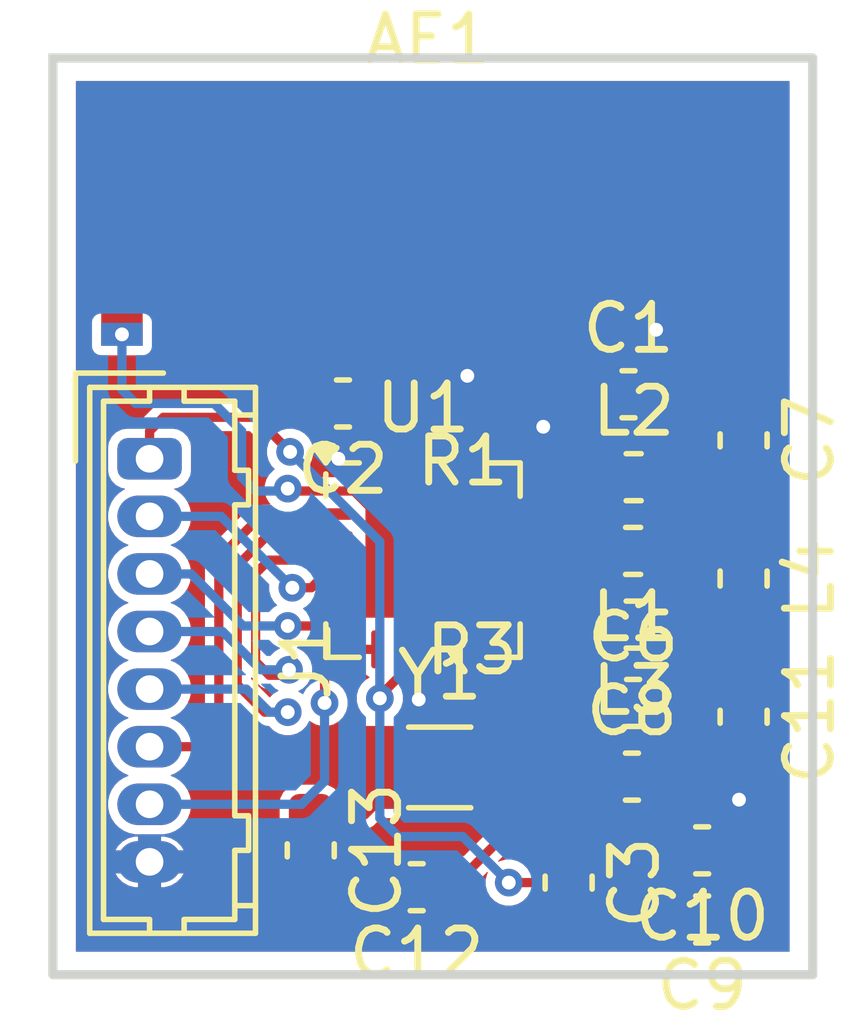
<source format=kicad_pcb>
(kicad_pcb (version 20241229) (generator "pcbnew") (generator_version "9.0")
  (layers (0 "F.Cu" signal) (2 "B.Cu" signal) (13 "F.Paste" user) (15 "B.Paste" user) (5 "F.SilkS" user "F.Silkscreen") (7 "B.SilkS" user "B.Silkscreen") (1 "F.Mask" user) (3 "B.Mask" user) (25 "Edge.Cuts" user))
  (net 0 "")
  (net 1 "Net-(AE1-A)")
  (net 2 "VDD")
  (net 3 "GND")
  (net 4 "Net-(U1-DVDD)")
  (net 5 "Net-(U1-VDD_PA)")
  (net 6 "Net-(C10-Pad1)")
  (net 7 "Net-(C7-Pad1)")
  (net 8 "/XC1")
  (net 9 "/XC2")
  (net 10 "Net-(J1-Pin_6)")
  (net 11 "Net-(J1-Pin_7)")
  (net 12 "Net-(J1-Pin_5)")
  (net 13 "Net-(J1-Pin_4)")
  (net 14 "Net-(J1-Pin_2)")
  (net 15 "Net-(J1-Pin_3)")
  (net 16 "Net-(U1-ANT2)")
  (net 17 "Net-(U1-ANT1)")
  (net 18 "Net-(U1-IREF)")
  (footprint "Resistor_SMD:R_0201_0603Metric" (layer "F.Cu") (at 77.2 31.4 180)
    (property "Reference" "R1" (at 0 -1.05 0) (layer "F.SilkS"))
    (property "Value" "22k")
    (pad "1" smd roundrect (at -0.32 0 180) (size 0.46 0.4) (layers "F.Cu" "F.Mask") (net 18 "Net-(U1-IREF)"))
    (pad "2" smd roundrect (at 0.32 0 180) (size 0.46 0.4) (layers "F.Cu" "F.Mask") (net 3 "GND"))
  )
  (footprint "Capacitor_SMD:C_0603_1608Metric" (layer "F.Cu") (at 74.6 31.2 180)
    (property "Reference" "C2" (at 0 -1.43 0) (layer "F.SilkS"))
    (property "Value" "33nF")
    (fp_line (start -0.14058 0.51) (end 0.14058 0.51) (stroke (width 0.12)) (layer "F.SilkS"))
    (fp_line (start -0.14058 -0.51) (end 0.14058 -0.51) (stroke (width 0.12)) (layer "F.SilkS"))
    (pad "1" smd roundrect (at -0.775 0 180) (size 0.9 0.95) (layers "F.Cu" "F.Mask" "F.Paste") (net 4 "Net-(U1-DVDD)"))
    (pad "2" smd roundrect (at 0.775 0 180) (size 0.9 0.95) (layers "F.Cu" "F.Mask" "F.Paste") (net 3 "GND"))
  )
  (footprint "Capacitor_SMD:C_0603_1608Metric" (layer "F.Cu") (at 80.875 39.3)
    (property "Reference" "C8" (at 0 -1.43 0) (layer "F.SilkS"))
    (property "Value" "C_Small")
    (fp_line (start -0.14058 -0.51) (end 0.14058 -0.51) (stroke (width 0.12)) (layer "F.SilkS"))
    (fp_line (start -0.14058 0.51) (end 0.14058 0.51) (stroke (width 0.12)) (layer "F.SilkS"))
    (pad "1" smd roundrect (at -0.775 0) (size 0.9 0.95) (layers "F.Cu" "F.Mask" "F.Paste") (net 5 "Net-(U1-VDD_PA)"))
    (pad "2" smd roundrect (at 0.775 0) (size 0.9 0.95) (layers "F.Cu" "F.Mask" "F.Paste") (net 3 "GND"))
  )
  (footprint "Capacitor_SMD:C_0603_1608Metric" (layer "F.Cu") (at 83.3 38 -90)
    (property "Reference" "C11" (at 0 -1.43 90) (layer "F.SilkS"))
    (property "Value" "cx")
    (fp_line (start -0.14058 0.51) (end 0.14058 0.51) (stroke (width 0.12)) (layer "F.SilkS"))
    (fp_line (start -0.14058 -0.51) (end 0.14058 -0.51) (stroke (width 0.12)) (layer "F.SilkS"))
    (pad "1" smd roundrect (at -0.775 0 270) (size 0.9 0.95) (layers "F.Cu" "F.Mask" "F.Paste") (net 1 "Net-(AE1-A)"))
    (pad "2" smd roundrect (at 0.775 0 270) (size 0.9 0.95) (layers "F.Cu" "F.Mask" "F.Paste") (net 3 "GND"))
  )
  (footprint "Capacitor_SMD:C_0603_1608Metric" (layer "F.Cu") (at 82.4 42.4 180)
    (property "Reference" "C9" (at 0 -1.43 0) (layer "F.SilkS"))
    (property "Value" "1p")
    (fp_line (start -0.14058 0.51) (end 0.14058 0.51) (stroke (width 0.12)) (layer "F.SilkS"))
    (fp_line (start -0.14058 -0.51) (end 0.14058 -0.51) (stroke (width 0.12)) (layer "F.SilkS"))
    (pad "1" smd roundrect (at -0.775 0 180) (size 0.9 0.95) (layers "F.Cu" "F.Mask" "F.Paste") (net 6 "Net-(C10-Pad1)"))
    (pad "2" smd roundrect (at 0.775 0 180) (size 0.9 0.95) (layers "F.Cu" "F.Mask" "F.Paste") (net 3 "GND"))
  )
  (footprint "RF_Antenna:Texas_SWRA117D_2.4GHz_Right" (layer "F.Cu") (at 71.9 29.7)
    (property "Reference" "AE1" (at 4.55 -6.41 0) (layer "F.SilkS"))
    (property "Value" "Antenna")
    (fp_poly (pts (xy 2.45 -2.51) (xy 4.45 -2.51) (xy 4.45 -5.15) (xy 7.15 -5.15) (xy 7.15 -2.51) (xy 9.15 -2.51) (xy 9.15 -5.15) (xy 11.85 -5.15) (xy 11.85 -0.71) (xy 11.35 -0.71) (xy 11.35 -4.65) (xy 9.65 -4.65) (xy 9.65 -2.01) (xy 6.65 -2.01) (xy 6.65 -4.65) (xy 4.95 -4.65) (xy 4.95 -2.01) (xy 1.95 -2.01) (xy 1.95 -4.65) (xy 0.25 -4.65) (xy 0.25 0.25) (xy -0.25 0.25) (xy -0.25 -4.65) (xy -1.65 -4.65) (xy -1.65 0.25) (xy -2.55 0.25) (xy -2.55 0.006785) (xy -2.247583 0.006785) (xy -2.237742 0.054395) (xy -2.213674 0.096797) (xy -2.175731 0.129581) (xy -2.167819 0.133935) (xy -2.125156 0.146043) (xy -2.076637 0.1453) (xy -2.031122 0.1324) (xy -2.012511 0.121787) (xy -1.978868 0.086553) (xy -1.958309 0.041368) (xy -1.951778 -0.008158) (xy -1.960218 -0.056417) (xy -1.977112 -0.088643) (xy -2.012372 -0.121313) (xy -2.057682 -0.141408) (xy -2.107267 -0.147982) (xy -2.155353 -0.140092) (xy -2.188245 -0.123186) (xy -2.223185 -0.086416) (xy -2.242847 -0.041622) (xy -2.247583 0.006785) (xy -2.55 0.006785) (xy -2.55 -5.15) (xy 2.45 -5.15) (xy 2.45 -2.51)) (fill yes) (layer "F.Cu"))
    (pad "1" connect rect (at 0 0) (size 0.5 0.5) (layers "F.Cu") (net 1 "Net-(AE1-A)"))
    (pad "2" thru_hole rect (at -2.1 0) (size 0.9 0.5) (drill 0.3) (layers "*.Cu"))
  )
  (footprint "Capacitor_SMD:C_0603_1608Metric" (layer "F.Cu") (at 79.5 41.6 -90)
    (property "Reference" "C3" (at 0 -1.43 90) (layer "F.SilkS"))
    (property "Value" "1n")
    (fp_line (start -0.14058 0.51) (end 0.14058 0.51) (stroke (width 0.12)) (layer "F.SilkS"))
    (fp_line (start -0.14058 -0.51) (end 0.14058 -0.51) (stroke (width 0.12)) (layer "F.SilkS"))
    (pad "1" smd roundrect (at -0.775 0 270) (size 0.9 0.95) (layers "F.Cu" "F.Mask" "F.Paste") (net 2 "VDD"))
    (pad "2" smd roundrect (at 0.775 0 270) (size 0.9 0.95) (layers "F.Cu" "F.Mask" "F.Paste") (net 3 "GND"))
  )
  (footprint "Inductor_SMD:L_0603_1608Metric" (layer "F.Cu") (at 83.3 35 -90)
    (property "Reference" "L4" (at 0 -1.43 90) (layer "F.SilkS"))
    (property "Value" "lx")
    (fp_line (start -0.162779 0.51) (end 0.162779 0.51) (stroke (width 0.12)) (layer "F.SilkS"))
    (fp_line (start -0.162779 -0.51) (end 0.162779 -0.51) (stroke (width 0.12)) (layer "F.SilkS"))
    (pad "1" smd roundrect (at -0.7875 0 270) (size 0.875 0.95) (layers "F.Cu" "F.Mask" "F.Paste") (net 6 "Net-(C10-Pad1)"))
    (pad "2" smd roundrect (at 0.7875 0 270) (size 0.875 0.95) (layers "F.Cu" "F.Mask" "F.Paste") (net 1 "Net-(AE1-A)"))
  )
  (footprint "Inductor_SMD:L_0603_1608Metric" (layer "F.Cu") (at 80.9 34.4 180)
    (property "Reference" "L1" (at 0 -1.43 0) (layer "F.SilkS"))
    (property "Value" "8n2")
    (fp_line (start -0.162779 0.51) (end 0.162779 0.51) (stroke (width 0.12)) (layer "F.SilkS"))
    (fp_line (start -0.162779 -0.51) (end 0.162779 -0.51) (stroke (width 0.12)) (layer "F.SilkS"))
    (pad "1" smd roundrect (at -0.7875 0 180) (size 0.875 0.95) (layers "F.Cu" "F.Mask" "F.Paste") (net 17 "Net-(U1-ANT1)"))
    (pad "2" smd roundrect (at 0.7875 0 180) (size 0.875 0.95) (layers "F.Cu" "F.Mask" "F.Paste") (net 16 "Net-(U1-ANT2)"))
  )
  (footprint "Capacitor_SMD:C_0603_1608Metric" (layer "F.Cu") (at 82.4 40.9 180)
    (property "Reference" "C10" (at 0 -1.43 0) (layer "F.SilkS"))
    (property "Value" "cx")
    (fp_line (start -0.14058 0.51) (end 0.14058 0.51) (stroke (width 0.12)) (layer "F.SilkS"))
    (fp_line (start -0.14058 -0.51) (end 0.14058 -0.51) (stroke (width 0.12)) (layer "F.SilkS"))
    (pad "1" smd roundrect (at -0.775 0 180) (size 0.9 0.95) (layers "F.Cu" "F.Mask" "F.Paste") (net 6 "Net-(C10-Pad1)"))
    (pad "2" smd roundrect (at 0.775 0 180) (size 0.9 0.95) (layers "F.Cu" "F.Mask" "F.Paste") (net 3 "GND"))
  )
  (footprint "Inductor_SMD:L_0603_1608Metric" (layer "F.Cu") (at 80.9125 36 180)
    (property "Reference" "L3" (at 0 -1.43 0) (layer "F.SilkS"))
    (property "Value" "2n7")
    (fp_line (start -0.162779 0.51) (end 0.162779 0.51) (stroke (width 0.12)) (layer "F.SilkS"))
    (fp_line (start -0.162779 -0.51) (end 0.162779 -0.51) (stroke (width 0.12)) (layer "F.SilkS"))
    (pad "1" smd roundrect (at -0.7875 0 180) (size 0.875 0.95) (layers "F.Cu" "F.Mask" "F.Paste") (net 5 "Net-(U1-VDD_PA)"))
    (pad "2" smd roundrect (at 0.7875 0 180) (size 0.875 0.95) (layers "F.Cu" "F.Mask" "F.Paste") (net 16 "Net-(U1-ANT2)"))
  )
  (footprint "Connector_Hirose:Hirose_DF13-08P-1.25DSA_1x08_P1.25mm_Vertical" (layer "F.Cu") (at 70.4 32.4 -90)
    (property "Reference" "J1" (at 4.38 -3.4 90) (layer "F.SilkS"))
    (property "Value" "Conn_01x08_Pin")
    (fp_line (start -1.86 1.61) (end 0.05 1.61) (stroke (width 0.12)) (layer "F.SilkS"))
    (fp_line (start -1.55 1.3) (end 10.3 1.3) (stroke (width 0.12)) (layer "F.SilkS"))
    (fp_line (start 10.3 1.3) (end 10.3 -2.3) (stroke (width 0.12)) (layer "F.SilkS"))
    (fp_line (start -1.25 1) (end 10 1) (stroke (width 0.12)) (layer "F.SilkS"))
    (fp_line (start 10 1) (end 10 0) (stroke (width 0.12)) (layer "F.SilkS"))
    (fp_line (start -1.55 0) (end -1.25 0) (stroke (width 0.12)) (layer "F.SilkS"))
    (fp_line (start -1.25 0) (end -1.25 1) (stroke (width 0.12)) (layer "F.SilkS"))
    (fp_line (start 10 0) (end 10.3 0) (stroke (width 0.12)) (layer "F.SilkS"))
    (fp_line (start -1.86 -0.3) (end -1.86 1.61) (stroke (width 0.12)) (layer "F.SilkS"))
    (fp_line (start -1.55 -0.75) (end -1.25 -0.75) (stroke (width 0.12)) (layer "F.SilkS"))
    (fp_line (start -1.25 -0.75) (end -1.25 -1.85) (stroke (width 0.12)) (layer "F.SilkS"))
    (fp_line (start 10 -0.75) (end 10 -1.85) (stroke (width 0.12)) (layer "F.SilkS"))
    (fp_line (start 10.3 -0.75) (end 10 -0.75) (stroke (width 0.12)) (layer "F.SilkS"))
    (fp_line (start -1.25 -1.85) (end -0.95 -1.85) (stroke (width 0.12)) (layer "F.SilkS"))
    (fp_line (start -0.95 -1.85) (end 0.25 -1.85) (stroke (width 0.12)) (layer "F.SilkS"))
    (fp_line (start -0.95 -1.85) (end -0.95 -2.3) (stroke (width 0.12)) (layer "F.SilkS"))
    (fp_line (start 0.25 -1.85) (end 0.25 -2.15) (stroke (width 0.12)) (layer "F.SilkS"))
    (fp_line (start 1 -1.85) (end 7.75 -1.85) (stroke (width 0.12)) (layer "F.SilkS"))
    (fp_line (start 7.75 -1.85) (end 7.75 -2.15) (stroke (width 0.12)) (layer "F.SilkS"))
    (fp_line (start 8.5 -1.85) (end 9.7 -1.85) (stroke (width 0.12)) (layer "F.SilkS"))
    (fp_line (start 9.7 -1.85) (end 9.7 -2.3) (stroke (width 0.12)) (layer "F.SilkS"))
    (fp_line (start 10 -1.85) (end 9.7 -1.85) (stroke (width 0.12)) (layer "F.SilkS"))
    (fp_line (start 0.25 -2.15) (end 1 -2.15) (stroke (width 0.12)) (layer "F.SilkS"))
    (fp_line (start 1 -2.15) (end 1 -1.85) (stroke (width 0.12)) (layer "F.SilkS"))
    (fp_line (start 7.75 -2.15) (end 8.5 -2.15) (stroke (width 0.12)) (layer "F.SilkS"))
    (fp_line (start 8.5 -2.15) (end 8.5 -1.85) (stroke (width 0.12)) (layer "F.SilkS"))
    (fp_line (start -1.55 -2.3) (end -1.55 1.3) (stroke (width 0.12)) (layer "F.SilkS"))
    (fp_line (start 10.3 -2.3) (end -1.55 -2.3) (stroke (width 0.12)) (layer "F.SilkS"))
    (pad "1" thru_hole roundrect (at 0 0 270) (size 0.9 1.4) (drill 0.6) (layers "*.Cu" "*.Mask") (net 2 "VDD"))
    (pad "2" thru_hole oval (at 1.25 0 270) (size 0.9 1.4) (drill 0.6) (layers "*.Cu" "*.Mask") (net 14 "Net-(J1-Pin_2)"))
    (pad "3" thru_hole oval (at 2.5 0 270) (size 0.9 1.4) (drill 0.6) (layers "*.Cu" "*.Mask") (net 15 "Net-(J1-Pin_3)"))
    (pad "4" thru_hole oval (at 3.75 0 270) (size 0.9 1.4) (drill 0.6) (layers "*.Cu" "*.Mask") (net 13 "Net-(J1-Pin_4)"))
    (pad "5" thru_hole oval (at 5 0 270) (size 0.9 1.4) (drill 0.6) (layers "*.Cu" "*.Mask") (net 12 "Net-(J1-Pin_5)"))
    (pad "6" thru_hole oval (at 6.25 0 270) (size 0.9 1.4) (drill 0.6) (layers "*.Cu" "*.Mask") (net 10 "Net-(J1-Pin_6)"))
    (pad "7" thru_hole oval (at 7.5 0 270) (size 0.9 1.4) (drill 0.6) (layers "*.Cu" "*.Mask") (net 11 "Net-(J1-Pin_7)"))
    (pad "8" thru_hole oval (at 8.75 0 270) (size 0.9 1.4) (drill 0.6) (layers "*.Cu" "*.Mask") (net 3 "GND"))
  )
  (footprint "Capacitor_SMD:C_0603_1608Metric" (layer "F.Cu") (at 80.8 31)
    (property "Reference" "C1" (at 0 -1.43 0) (layer "F.SilkS"))
    (property "Value" "10n")
    (fp_line (start -0.14058 -0.51) (end 0.14058 -0.51) (stroke (width 0.12)) (layer "F.SilkS"))
    (fp_line (start -0.14058 0.51) (end 0.14058 0.51) (stroke (width 0.12)) (layer "F.SilkS"))
    (pad "1" smd roundrect (at -0.775 0) (size 0.9 0.95) (layers "F.Cu" "F.Mask" "F.Paste") (net 2 "VDD"))
    (pad "2" smd roundrect (at 0.775 0) (size 0.9 0.95) (layers "F.Cu" "F.Mask" "F.Paste") (net 3 "GND"))
  )
  (footprint "Capacitor_SMD:C_0603_1608Metric" (layer "F.Cu") (at 76.2 41.7 180)
    (property "Reference" "C12" (at 0 -1.43 0) (layer "F.SilkS"))
    (property "Value" "22p")
    (fp_line (start -0.14058 0.51) (end 0.14058 0.51) (stroke (width 0.12)) (layer "F.SilkS"))
    (fp_line (start -0.14058 -0.51) (end 0.14058 -0.51) (stroke (width 0.12)) (layer "F.SilkS"))
    (pad "1" smd roundrect (at -0.775 0 180) (size 0.9 0.95) (layers "F.Cu" "F.Mask" "F.Paste") (net 8 "/XC1"))
    (pad "2" smd roundrect (at 0.775 0 180) (size 0.9 0.95) (layers "F.Cu" "F.Mask" "F.Paste") (net 3 "GND"))
  )
  (footprint "Resistor_SMD:R_0201_0603Metric" (layer "F.Cu") (at 77.4 37.6)
    (property "Reference" "R3" (at 0 -1.05 0) (layer "F.SilkS"))
    (property "Value" "10m")
    (pad "1" smd roundrect (at -0.32 0) (size 0.46 0.4) (layers "F.Cu" "F.Mask") (net 9 "/XC2"))
    (pad "2" smd roundrect (at 0.32 0) (size 0.46 0.4) (layers "F.Cu" "F.Mask") (net 8 "/XC1"))
  )
  (footprint "Crystal:Crystal_SMD_3215-2Pin_3.2x1.5mm" (layer "F.Cu") (at 76.7 39.1)
    (property "Reference" "Y1" (at 0 -2 0) (layer "F.SilkS"))
    (property "Value" "16Mhz")
    (fp_line (start -0.675 -0.875) (end 0.675 -0.875) (stroke (width 0.12)) (layer "F.SilkS"))
    (fp_line (start -0.675 0.875) (end 0.675 0.875) (stroke (width 0.12)) (layer "F.SilkS"))
    (pad "1" smd rect (at 1.25 0) (size 1 1.8) (layers "F.Cu" "F.Mask" "F.Paste") (net 8 "/XC1"))
    (pad "2" smd rect (at -1.25 0) (size 1 1.8) (layers "F.Cu" "F.Mask" "F.Paste") (net 9 "/XC2"))
  )
  (footprint "Inductor_SMD:L_0603_1608Metric" (layer "F.Cu") (at 80.9125 32.8)
    (property "Reference" "L2" (at 0 -1.43 0) (layer "F.SilkS"))
    (property "Value" "3n9")
    (fp_line (start -0.162779 -0.51) (end 0.162779 -0.51) (stroke (width 0.12)) (layer "F.SilkS"))
    (fp_line (start -0.162779 0.51) (end 0.162779 0.51) (stroke (width 0.12)) (layer "F.SilkS"))
    (pad "1" smd roundrect (at -0.7875 0) (size 0.875 0.95) (layers "F.Cu" "F.Mask" "F.Paste") (net 17 "Net-(U1-ANT1)"))
    (pad "2" smd roundrect (at 0.7875 0) (size 0.875 0.95) (layers "F.Cu" "F.Mask" "F.Paste") (net 7 "Net-(C7-Pad1)"))
  )
  (footprint "Package_DFN_QFN:QFN-20-1EP_4x4mm_P0.5mm_EP2.5x2.5mm" (layer "F.Cu") (at 76.3375 34.6)
    (property "Reference" "U1" (at 0 -3.3 0) (layer "F.SilkS"))
    (property "Value" "NRF24L01")
    (fp_line (start -2.11 -1.385) (end -2.11 -1.87) (stroke (width 0.12)) (layer "F.SilkS"))
    (fp_line (start -2.11 2.11) (end -2.11 1.385) (stroke (width 0.12)) (layer "F.SilkS"))
    (fp_line (start -1.385 -2.11) (end -1.81 -2.11) (stroke (width 0.12)) (layer "F.SilkS"))
    (fp_line (start -1.385 2.11) (end -2.11 2.11) (stroke (width 0.12)) (layer "F.SilkS"))
    (fp_line (start 1.385 -2.11) (end 2.11 -2.11) (stroke (width 0.12)) (layer "F.SilkS"))
    (fp_line (start 1.385 2.11) (end 2.11 2.11) (stroke (width 0.12)) (layer "F.SilkS"))
    (fp_line (start 2.11 -2.11) (end 2.11 -1.385) (stroke (width 0.12)) (layer "F.SilkS"))
    (fp_line (start 2.11 2.11) (end 2.11 1.385) (stroke (width 0.12)) (layer "F.SilkS"))
    (fp_poly (pts (xy -2.11 -2.11) (xy -2.35 -2.44) (xy -1.87 -2.44) (xy -2.11 -2.11)) (stroke (width 0.12)) (fill yes) (layer "F.SilkS"))
    (pad "1" smd roundrect (at -1.9375 -1) (size 0.825 0.25) (layers "F.Cu" "F.Mask" "F.Paste") (net 10 "Net-(J1-Pin_6)"))
    (pad "2" smd roundrect (at -1.9375 -0.5) (size 0.825 0.25) (layers "F.Cu" "F.Mask" "F.Paste") (net 12 "Net-(J1-Pin_5)"))
    (pad "3" smd roundrect (at -1.9375 0) (size 0.825 0.25) (layers "F.Cu" "F.Mask" "F.Paste") (net 13 "Net-(J1-Pin_4)"))
    (pad "4" smd roundrect (at -1.9375 0.5) (size 0.825 0.25) (layers "F.Cu" "F.Mask" "F.Paste") (net 14 "Net-(J1-Pin_2)"))
    (pad "5" smd roundrect (at -1.9375 1) (size 0.825 0.25) (layers "F.Cu" "F.Mask" "F.Paste") (net 15 "Net-(J1-Pin_3)"))
    (pad "6" smd roundrect (at -1 1.9375) (size 0.25 0.825) (layers "F.Cu" "F.Mask" "F.Paste") (net 11 "Net-(J1-Pin_7)"))
    (pad "7" smd roundrect (at -0.5 1.9375) (size 0.25 0.825) (layers "F.Cu" "F.Mask" "F.Paste") (net 2 "VDD"))
    (pad "8" smd roundrect (at 0 1.9375) (size 0.25 0.825) (layers "F.Cu" "F.Mask" "F.Paste") (net 3 "GND"))
    (pad "9" smd roundrect (at 0.5 1.9375) (size 0.25 0.825) (layers "F.Cu" "F.Mask" "F.Paste") (net 9 "/XC2"))
    (pad "10" smd roundrect (at 1 1.9375) (size 0.25 0.825) (layers "F.Cu" "F.Mask" "F.Paste") (net 8 "/XC1"))
    (pad "11" smd roundrect (at 1.9375 1) (size 0.825 0.25) (layers "F.Cu" "F.Mask" "F.Paste") (net 5 "Net-(U1-VDD_PA)"))
    (pad "12" smd roundrect (at 1.9375 0.5) (size 0.825 0.25) (layers "F.Cu" "F.Mask" "F.Paste") (net 17 "Net-(U1-ANT1)"))
    (pad "13" smd roundrect (at 1.9375 0) (size 0.825 0.25) (layers "F.Cu" "F.Mask" "F.Paste") (net 16 "Net-(U1-ANT2)"))
    (pad "14" smd roundrect (at 1.9375 -0.5) (size 0.825 0.25) (layers "F.Cu" "F.Mask" "F.Paste") (net 3 "GND"))
    (pad "15" smd roundrect (at 1.9375 -1) (size 0.825 0.25) (layers "F.Cu" "F.Mask" "F.Paste") (net 2 "VDD"))
    (pad "16" smd roundrect (at 1 -1.9375) (size 0.25 0.825) (layers "F.Cu" "F.Mask" "F.Paste") (net 18 "Net-(U1-IREF)"))
    (pad "17" smd roundrect (at 0.5 -1.9375) (size 0.25 0.825) (layers "F.Cu" "F.Mask" "F.Paste") (net 3 "GND"))
    (pad "18" smd roundrect (at 0 -1.9375) (size 0.25 0.825) (layers "F.Cu" "F.Mask" "F.Paste") (net 2 "VDD"))
    (pad "19" smd roundrect (at -0.5 -1.9375) (size 0.25 0.825) (layers "F.Cu" "F.Mask" "F.Paste") (net 4 "Net-(U1-DVDD)"))
    (pad "20" smd roundrect (at -1 -1.9375) (size 0.25 0.825) (layers "F.Cu" "F.Mask" "F.Paste") (net 3 "GND"))
    (pad "21" smd rect (at 0 0) (size 2.5 2.5) (property pad_prop_heatsink) (layers "F.Cu" "F.Mask"))
  )
  (footprint "Capacitor_SMD:C_0603_1608Metric" (layer "F.Cu") (at 83.3 32 -90)
    (property "Reference" "C7" (at 0 -1.43 90) (layer "F.SilkS"))
    (property "Value" "1.5p")
    (fp_line (start -0.14058 0.51) (end 0.14058 0.51) (stroke (width 0.12)) (layer "F.SilkS"))
    (fp_line (start -0.14058 -0.51) (end 0.14058 -0.51) (stroke (width 0.12)) (layer "F.SilkS"))
    (pad "1" smd roundrect (at -0.775 0 270) (size 0.9 0.95) (layers "F.Cu" "F.Mask" "F.Paste") (net 7 "Net-(C7-Pad1)"))
    (pad "2" smd roundrect (at 0.775 0 270) (size 0.9 0.95) (layers "F.Cu" "F.Mask" "F.Paste") (net 6 "Net-(C10-Pad1)"))
  )
  (footprint "Capacitor_SMD:C_0603_1608Metric" (layer "F.Cu") (at 73.9 40.9 -90)
    (property "Reference" "C13" (at 0 -1.43 90) (layer "F.SilkS"))
    (property "Value" "22p")
    (fp_line (start -0.14058 0.51) (end 0.14058 0.51) (stroke (width 0.12)) (layer "F.SilkS"))
    (fp_line (start -0.14058 -0.51) (end 0.14058 -0.51) (stroke (width 0.12)) (layer "F.SilkS"))
    (pad "1" smd roundrect (at -0.775 0 270) (size 0.9 0.95) (layers "F.Cu" "F.Mask" "F.Paste") (net 9 "/XC2"))
    (pad "2" smd roundrect (at 0.775 0 270) (size 0.9 0.95) (layers "F.Cu" "F.Mask" "F.Paste") (net 3 "GND"))
  )
  (footprint "Capacitor_SMD:C_0603_1608Metric" (layer "F.Cu") (at 80.9 37.7)
    (property "Reference" "C6" (at 0 -1.43 0) (layer "F.SilkS"))
    (property "Value" "C_Small")
    (fp_line (start -0.14058 -0.51) (end 0.14058 -0.51) (stroke (width 0.12)) (layer "F.SilkS"))
    (fp_line (start -0.14058 0.51) (end 0.14058 0.51) (stroke (width 0.12)) (layer "F.SilkS"))
    (pad "1" smd roundrect (at -0.775 0) (size 0.9 0.95) (layers "F.Cu" "F.Mask" "F.Paste") (net 5 "Net-(U1-VDD_PA)"))
    (pad "2" smd roundrect (at 0.775 0) (size 0.9 0.95) (layers "F.Cu" "F.Mask" "F.Paste") (net 3 "GND"))
  )
  (gr_rect (start 68.3 23.7) (end 84.8 43.6) (stroke (width 0.2)) (fill no) (layer "Edge.Cuts"))
  (segment (start 74.8375 33.1) (end 73.452 33.1) (width 0.2) (layer "F.Cu") (net 0))
  (segment (start 73.452 33.1) (end 73.4 33.048) (width 0.2) (layer "F.Cu") (net 0))
  (segment (start 76.3375 34.6) (end 74.8375 33.1) (width 0.2) (layer "F.Cu") (net 0))
  (via (at 73.4 33.048) (size 0.6) (drill 0.3) (layers "F.Cu" "B.Cu") (net 0))
  (segment (start 70.1 31.2) (end 71.8 31.2) (width 0.2) (layer "B.Cu") (net 0))
  (segment (start 72.4 31.8) (end 72.4 32.8) (width 0.2) (layer "B.Cu") (net 0))
  (segment (start 69.8 30.9) (end 70.1 31.2) (width 0.2) (layer "B.Cu") (net 0))
  (segment (start 69.8 29.7) (end 69.8 30.9) (width 0.2) (layer "B.Cu") (net 0))
  (segment (start 71.8 31.2) (end 72.4 31.8) (width 0.2) (layer "B.Cu") (net 0))
  (segment (start 72.7 33.1) (end 73.348 33.1) (width 0.2) (layer "B.Cu") (net 0))
  (segment (start 73.348 33.1) (end 73.4 33.048) (width 0.2) (layer "B.Cu") (net 0))
  (segment (start 72.4 32.8) (end 72.7 33.1) (width 0.2) (layer "B.Cu") (net 0))
  (segment (start 84.1 34.9875) (end 83.3 35.7875) (width 0.2) (layer "F.Cu") (net 1))
  (segment (start 73.8 28.9) (end 82.20011 28.9) (width 0.2) (layer "F.Cu") (net 1))
  (segment (start 83.3 37.525) (end 83.3 36) (width 0.2) (layer "F.Cu") (net 1))
  (segment (start 82.20011 28.9) (end 84.1 30.79989) (width 0.2) (layer "F.Cu") (net 1))
  (segment (start 84.1 30.79989) (end 84.1 34.9875) (width 0.2) (layer "F.Cu") (net 1))
  (segment (start 73 29.7) (end 73.8 28.9) (width 0.2) (layer "F.Cu") (net 1))
  (segment (start 71.9 29.7) (end 73 29.7) (width 0.2) (layer "F.Cu") (net 1))
  (segment (start 78.275 31.025) (end 78.3 31) (width 0.2) (layer "F.Cu") (net 2))
  (segment (start 78.5 31) (end 78.5 30.2) (width 0.2) (layer "F.Cu") (net 2))
  (segment (start 73 31.3) (end 73 31.5) (width 0.2) (layer "F.Cu") (net 2))
  (segment (start 78.575 31) (end 78.275 31.3) (width 0.2) (layer "F.Cu") (net 2))
  (segment (start 76.172958 30.572847) (end 76.172847 30.572847) (width 0.2) (layer "F.Cu") (net 2))
  (segment (start 76 30.4) (end 73.4 30.4) (width 0.2) (layer "F.Cu") (net 2))
  (segment (start 78.5 30.2) (end 78.2 29.9) (width 0.2) (layer "F.Cu") (net 2))
  (segment (start 70.7 31.5) (end 70.4 31.8) (width 0.2) (layer "F.Cu") (net 2))
  (segment (start 75.4 37.6) (end 75.4 37.549187) (width 0.2) (layer "F.Cu") (net 2))
  (segment (start 78.275 33.6) (end 78.475 33.6) (width 0.2) (layer "F.Cu") (net 2))
  (segment (start 75.8375 37.111687) (end 75.8375 36.5375) (width 0.2) (layer "F.Cu") (net 2))
  (segment (start 73 31.797997) (end 73.101002 31.898998) (width 0.2) (layer "F.Cu") (net 2))
  (segment (start 76.3375 31.7375) (end 76.3375 32.6625) (width 0.2) (layer "F.Cu") (net 2))
  (segment (start 70.4 31.8) (end 70.4 32.4) (width 0.2) (layer "F.Cu") (net 2))
  (segment (start 73 31.5) (end 73 31.797997) (width 0.2) (layer "F.Cu") (net 2))
  (segment (start 78.2 29.9) (end 76.5 29.9) (width 0.2) (layer "F.Cu") (net 2))
  (segment (start 80.025 31) (end 78.575 31) (width 0.2) (layer "F.Cu") (net 2))
  (segment (start 76.172958 30.572847) (end 76.172958 31.572958) (width 0.2) (layer "F.Cu") (net 2))
  (segment (start 76.5 29.9) (end 76.2 30.2) (width 0.2) (layer "F.Cu") (net 2))
  (segment (start 78.725 41.6) (end 79.5 40.825) (width 0.2) (layer "F.Cu") (net 2))
  (segment (start 73.4 30.4) (end 73 30.8) (width 0.2) (layer "F.Cu") (net 2))
  (segment (start 78.7 31) (end 78.5 30.8) (width 0.2) (layer "F.Cu") (net 2))
  (segment (start 76.172958 31.572958) (end 76.3375 31.7375) (width 0.2) (layer "F.Cu") (net 2))
  (segment (start 72.7 31.5) (end 72.8 31.5) (width 0.2) (layer "F.Cu") (net 2))
  (segment (start 73 30.8) (end 73 31.3) (width 0.2) (layer "F.Cu") (net 2))
  (segment (start 78.275 31.025) (end 78.275 33.6) (width 0.2) (layer "F.Cu") (net 2))
  (segment (start 78.2 41.6) (end 78.725 41.6) (width 0.2) (layer "F.Cu") (net 2))
  (segment (start 78.275 31.3) (end 78.275 31.025) (width 0.2) (layer "F.Cu") (net 2))
  (segment (start 76.2 30.2) (end 76 30.4) (width 0.2) (layer "F.Cu") (net 2))
  (segment (start 76.172847 30.572847) (end 76 30.4) (width 0.2) (layer "F.Cu") (net 2))
  (segment (start 78.5 30.8) (end 78.275 31.025) (width 0.2) (layer "F.Cu") (net 2))
  (segment (start 73.101002 31.898998) (end 73.452 32.249997) (width 0.2) (layer "F.Cu") (net 2))
  (segment (start 72.7 31.5) (end 72.702003 31.5) (width 0.2) (layer "F.Cu") (net 2))
  (segment (start 72.702003 31.5) (end 73.101002 31.898998) (width 0.2) (layer "F.Cu") (net 2))
  (segment (start 76.172847 30.227153) (end 76.2 30.2) (width 0.2) (layer "F.Cu") (net 2))
  (segment (start 72.8 31.5) (end 73 31.3) (width 0.2) (layer "F.Cu") (net 2))
  (segment (start 73 31.5) (end 72.7 31.5) (width 0.2) (layer "F.Cu") (net 2))
  (segment (start 72.7 31.5) (end 70.7 31.5) (width 0.2) (layer "F.Cu") (net 2))
  (segment (start 75.4 37.549187) (end 75.8375 37.111687) (width 0.2) (layer "F.Cu") (net 2))
  (segment (start 76.172847 30.572847) (end 76.172847 30.227153) (width 0.2) (layer "F.Cu") (net 2))
  (via (at 75.4 37.6) (size 0.6) (drill 0.3) (layers "F.Cu" "B.Cu") (net 2))
  (via (at 73.452 32.249997) (size 0.6) (drill 0.3) (layers "F.Cu" "B.Cu") (net 2))
  (via (at 78.2 41.6) (size 0.6) (drill 0.3) (layers "F.Cu" "B.Cu") (net 2))
  (segment (start 75.4 37.6) (end 75.4 34.197997) (width 0.2) (layer "B.Cu") (net 2))
  (segment (start 75.4 37.6) (end 75.4 40.2) (width 0.2) (layer "B.Cu") (net 2))
  (segment (start 77.2 40.6) (end 78.2 41.6) (width 0.2) (layer "B.Cu") (net 2))
  (segment (start 75.8 40.6) (end 77.2 40.6) (width 0.2) (layer "B.Cu") (net 2))
  (segment (start 75.4 40.2) (end 75.8 40.6) (width 0.2) (layer "B.Cu") (net 2))
  (segment (start 75.4 34.197997) (end 73.452 32.249997) (width 0.2) (layer "B.Cu") (net 2))
  (segment (start 74.05 31.175) (end 74.025 31.2) (width 0.2) (layer "F.Cu") (net 3))
  (segment (start 76.3375 37.532319) (end 76.245009 37.62481) (width 0.2) (layer "F.Cu") (net 3))
  (segment (start 76.3375 36.5375) (end 76.3375 37.532319) (width 0.2) (layer "F.Cu") (net 3))
  (via (at 83.2 39.8) (size 0.6) (drill 0.3) (layers "F.Cu" "B.Cu") (net 3))
  (via (at 74.5 32.4) (size 0.6) (drill 0.3) (layers "F.Cu" "B.Cu") (net 3))
  (via (at 78.948601 31.705014) (size 0.6) (drill 0.3) (layers "F.Cu" "B.Cu") (net 3))
  (via (at 76.245009 37.62481) (size 0.6) (drill 0.3) (layers "F.Cu" "B.Cu") (net 3))
  (via (at 81.4 29.6) (size 0.6) (drill 0.3) (layers "F.Cu" "B.Cu") (net 3))
  (via (at 77.3 30.6) (size 0.6) (drill 0.3) (layers "F.Cu" "B.Cu") (net 3))
  (segment (start 75.4375 31.403186) (end 75.4375 31.3375) (width 0.2) (layer "F.Cu") (net 4))
  (segment (start 75.8375 32.6625) (end 75.8375 31.803186) (width 0.2) (layer "F.Cu") (net 4))
  (segment (start 75.8375 31.803186) (end 75.4375 31.403186) (width 0.2) (layer "F.Cu") (net 4))
  (segment (start 78.675 35.6) (end 78.675 37.275) (width 0.2) (layer "F.Cu") (net 5))
  (segment (start 79.1 37.7) (end 80.125 37.7) (width 0.2) (layer "F.Cu") (net 5))
  (segment (start 80.125 37.7) (end 80.125 39.275) (width 0.2) (layer "F.Cu") (net 5))
  (segment (start 78.675 37.275) (end 79.1 37.7) (width 0.2) (layer "F.Cu") (net 5))
  (segment (start 80.125 37.575) (end 80.125 37.7) (width 0.2) (layer "F.Cu") (net 5))
  (segment (start 81.7 36) (end 80.125 37.575) (width 0.2) (layer "F.Cu") (net 5))
  (segment (start 80.125 39.275) (end 80.1 39.3) (width 0.2) (layer "F.Cu") (net 5))
  (segment (start 82.524 40.149) (end 82.524 35.348114) (width 0.2) (layer "F.Cu") (net 6))
  (segment (start 83.275 40.9) (end 83.275 42.4) (width 0.2) (layer "F.Cu") (net 6))
  (segment (start 83.275 40.9) (end 82.524 40.149) (width 0.2) (layer "F.Cu") (net 6))
  (segment (start 82.524 35.348114) (end 83.3 34.572114) (width 0.2) (layer "F.Cu") (net 6))
  (segment (start 83.3 34.572114) (end 83.3 32.875) (width 0.2) (layer "F.Cu") (net 6))
  (segment (start 82.4 32.1) (end 82.4 31.5) (width 0.2) (layer "F.Cu") (net 7))
  (segment (start 82.4 31.5) (end 82.675 31.225) (width 0.2) (layer "F.Cu") (net 7))
  (segment (start 83 31.225) (end 83.1 31.325) (width 0.2) (layer "F.Cu") (net 7))
  (segment (start 81.7 32.8) (end 82.4 32.1) (width 0.2) (layer "F.Cu") (net 7))
  (segment (start 82.675 31.225) (end 83.2 31.225) (width 0.2) (layer "F.Cu") (net 7))
  (segment (start 77.72 36.62) (end 77.72 37.37) (width 0.2) (layer "F.Cu") (net 8))
  (segment (start 77.3375 36.5375) (end 77.6375 36.5375) (width 0.2) (layer "F.Cu") (net 8))
  (segment (start 77.72 37.37) (end 77.72 37.6) (width 0.2) (layer "F.Cu") (net 8))
  (segment (start 77.95 37.83) (end 77.95 40.725) (width 0.2) (layer "F.Cu") (net 8))
  (segment (start 77.611 37.491) (end 77.95 37.83) (width 0.2) (layer "F.Cu") (net 8))
  (segment (start 77.6375 36.5375) (end 77.72 36.62) (width 0.2) (layer "F.Cu") (net 8))
  (segment (start 77.95 40.725) (end 76.975 41.7) (width 0.2) (layer "F.Cu") (net 8))
  (segment (start 75.35 39.85) (end 75.075 40.125) (width 0.2) (layer "F.Cu") (net 9))
  (segment (start 75.075 40.125) (end 73.9 40.125) (width 0.2) (layer "F.Cu") (net 9))
  (segment (start 76.8375 37.0375) (end 77.08 37.28) (width 0.2) (layer "F.Cu") (net 9))
  (segment (start 77.08 37.28) (end 77.08 37.6) (width 0.2) (layer "F.Cu") (net 9))
  (segment (start 75.35 38.8) (end 75.35 39.85) (width 0.2) (layer "F.Cu") (net 9))
  (segment (start 77.0375 37.6425) (end 77.0375 38.582045) (width 0.2) (layer "F.Cu") (net 9))
  (segment (start 76.8375 36.5375) (end 76.8375 37.0375) (width 0.2) (layer "F.Cu") (net 9))
  (segment (start 77.0375 38.582045) (end 76.819545 38.8) (width 0.2) (layer "F.Cu") (net 9))
  (segment (start 76.819545 38.8) (end 75.35 38.8) (width 0.2) (layer "F.Cu") (net 9))
  (segment (start 77.08 37.6) (end 77.0375 37.6425) (width 0.2) (layer "F.Cu") (net 9))
  (segment (start 73.879739 33.6) (end 73.781739 33.698) (width 0.2) (layer "F.Cu") (net 10))
  (segment (start 71.903416 34.555959) (end 71.903416 38.296584) (width 0.2) (layer "F.Cu") (net 10))
  (segment (start 72.752805 33.706569) (end 71.903416 34.555959) (width 0.2) (layer "F.Cu") (net 10))
  (segment (start 71.903416 38.296584) (end 71.55 38.65) (width 0.2) (layer "F.Cu") (net 10))
  (segment (start 71.55 38.65) (end 70.4 38.65) (width 0.2) (layer "F.Cu") (net 10))
  (segment (start 72.902 33.698) (end 72.893432 33.706568) (width 0.2) (layer "F.Cu") (net 10))
  (segment (start 73.81587 33.698) (end 72.902 33.698) (width 0.2) (layer "F.Cu") (net 10))
  (segment (start 72.893432 33.706568) (end 72.752805 33.706569) (width 0.2) (layer "F.Cu") (net 10))
  (segment (start 74.5125 33.6) (end 73.879739 33.6) (width 0.2) (layer "F.Cu") (net 10))
  (segment (start 74.2 36.9) (end 74.2 37.7) (width 0.2) (layer "F.Cu") (net 11))
  (segment (start 74.5625 36.5375) (end 74.2 36.9) (width 0.2) (layer "F.Cu") (net 11))
  (segment (start 75.3375 36.5375) (end 74.5625 36.5375) (width 0.2) (layer "F.Cu") (net 11))
  (via (at 74.2 37.7) (size 0.6) (drill 0.3) (layers "F.Cu" "B.Cu") (net 11))
  (segment (start 74.2 39.4) (end 74.2 37.7) (width 0.2) (layer "B.Cu") (net 11))
  (segment (start 73.7 39.9) (end 74.2 39.4) (width 0.2) (layer "B.Cu") (net 11))
  (segment (start 70.4 39.9) (end 73.7 39.9) (width 0.2) (layer "B.Cu") (net 11))
  (segment (start 72.9 37.9) (end 73.4 37.9) (width 0.2) (layer "F.Cu") (net 12))
  (segment (start 72.303416 34.721644) (end 72.303416 37.303416) (width 0.2) (layer "F.Cu") (net 12))
  (segment (start 74.393432 34.106568) (end 72.918491 34.106568) (width 0.2) (layer "F.Cu") (net 12))
  (segment (start 72.303416 37.303416) (end 72.9 37.9) (width 0.2) (layer "F.Cu") (net 12))
  (segment (start 74.4 34.1) (end 74.393432 34.106568) (width 0.2) (layer "F.Cu") (net 12))
  (segment (start 72.918491 34.106568) (end 72.303416 34.721644) (width 0.2) (layer "F.Cu") (net 12))
  (via (at 73.4 37.9) (size 0.6) (drill 0.3) (layers "F.Cu" "B.Cu") (net 12))
  (segment (start 70.4 37.4) (end 72.5 37.4) (width 0.2) (layer "B.Cu") (net 12))
  (segment (start 72.5 37.4) (end 73 37.9) (width 0.2) (layer "B.Cu") (net 12))
  (segment (start 73 37.9) (end 73.4 37.9) (width 0.2) (layer "B.Cu") (net 12))
  (segment (start 72.703416 34.887329) (end 72.703416 36.803416) (width 0.2) (layer "F.Cu") (net 13))
  (segment (start 73.347094 37.1) (end 73.427815 37.019279) (width 0.2) (layer "F.Cu") (net 13))
  (segment (start 72.990745 34.6) (end 72.703416 34.887329) (width 0.2) (layer "F.Cu") (net 13))
  (segment (start 73 37.1) (end 73.347094 37.1) (width 0.2) (layer "F.Cu") (net 13))
  (segment (start 74.5125 34.6) (end 73.7125 34.6) (width 0.2) (layer "F.Cu") (net 13))
  (segment (start 72.703416 36.803416) (end 73 37.1) (width 0.2) (layer "F.Cu") (net 13))
  (segment (start 73.427815 37.019279) (end 73.427815 36.980621) (width 0.2) (layer "F.Cu") (net 13))
  (segment (start 73.8 34.6) (end 72.990745 34.6) (width 0.2) (layer "F.Cu") (net 13))
  (via (at 73.427815 36.980621) (size 0.6) (drill 0.3) (layers "F.Cu" "B.Cu") (net 13))
  (segment (start 72.814935 36.980621) (end 73.427815 36.980621) (width 0.2) (layer "B.Cu") (net 13))
  (segment (start 71.984314 36.15) (end 72.814935 36.980621) (width 0.2) (layer "B.Cu") (net 13))
  (segment (start 70.4 36.15) (end 71.984314 36.15) (width 0.2) (layer "B.Cu") (net 13))
  (segment (start 74.0125 35.1) (end 73.9125 35.2) (width 0.2) (layer "F.Cu") (net 14))
  (segment (start 73.9125 35.2) (end 73.5 35.2) (width 0.2) (layer "F.Cu") (net 14))
  (segment (start 74.5125 35.1) (end 74.0125 35.1) (width 0.2) (layer "F.Cu") (net 14))
  (via (at 73.5 35.2) (size 0.6) (drill 0.3) (layers "F.Cu" "B.Cu") (net 14))
  (segment (start 70.4 33.65) (end 71.95 33.65) (width 0.2) (layer "B.Cu") (net 14))
  (segment (start 71.95 33.65) (end 73.5 35.2) (width 0.2) (layer "B.Cu") (net 14))
  (segment (start 74.170776 36.029224) (end 73.4 36.029224) (width 0.2) (layer "F.Cu") (net 15))
  (segment (start 74.4 35.6) (end 74.4 35.8) (width 0.2) (layer "F.Cu") (net 15))
  (segment (start 74.4 35.8) (end 74.170776 36.029224) (width 0.2) (layer "F.Cu") (net 15))
  (via (at 73.4 36.029224) (size 0.6) (drill 0.3) (layers "F.Cu" "B.Cu") (net 15))
  (segment (start 70.4 34.9) (end 71.3 34.9) (width 0.2) (layer "B.Cu") (net 15))
  (segment (start 71.3 34.9) (end 72.429224 36.029224) (width 0.2) (layer "B.Cu") (net 15))
  (segment (start 72.429224 36.029224) (end 73.4 36.029224) (width 0.2) (layer "B.Cu") (net 15))
  (segment (start 79.3865 32.3224) (end 79.3865 34.111499) (width 0.2) (layer "F.Cu") (net 16))
  (segment (start 82.426 33.9224) (end 82.1276 33.624) (width 0.2) (layer "F.Cu") (net 16))
  (segment (start 78.675 34.6) (end 79.9125 34.6) (width 0.2) (layer "F.Cu") (net 16))
  (segment (start 80.125 36) (end 80.4839 36) (width 0.2) (layer "F.Cu") (net 16))
  (segment (start 80.8635 33.2776) (end 80.8635 32.3224) (width 0.2) (layer "F.Cu") (net 16))
  (segment (start 82.1276 33.624) (end 81.2099 33.624) (width 0.2) (layer "F.Cu") (net 16))
  (segment (start 79.6849 32.024) (end 79.3865 32.3224) (width 0.2) (layer "F.Cu") (net 16))
  (segment (start 81.3079 35.176) (end 82.1276 35.176) (width 0.2) (layer "F.Cu") (net 16))
  (segment (start 82.1276 35.176) (end 82.426 34.8776) (width 0.2) (layer "F.Cu") (net 16))
  (segment (start 81.2099 33.624) (end 80.8635 33.2776) (width 0.2) (layer "F.Cu") (net 16))
  (segment (start 80.5651 32.024) (end 79.6849 32.024) (width 0.2) (layer "F.Cu") (net 16))
  (segment (start 79.3865 34.111499) (end 79.675001 34.4) (width 0.2) (layer "F.Cu") (net 16))
  (segment (start 80.8635 32.3224) (end 80.5651 32.024) (width 0.2) (layer "F.Cu") (net 16))
  (segment (start 79.9125 34.6) (end 80.1125 34.4) (width 0.2) (layer "F.Cu") (net 16))
  (segment (start 79.675001 34.4) (end 80.1125 34.4) (width 0.2) (layer "F.Cu") (net 16))
  (segment (start 82.426 34.8776) (end 82.426 33.9224) (width 0.2) (layer "F.Cu") (net 16))
  (segment (start 80.4839 36) (end 81.3079 35.176) (width 0.2) (layer "F.Cu") (net 16))
  (segment (start 78.675 35.1) (end 79.5964 35.1) (width 0.2) (layer "F.Cu") (net 17))
  (segment (start 80.851 34.549) (end 81 34.4) (width 0.2) (layer "F.Cu") (net 17))
  (segment (start 79.5964 35.1) (end 79.6724 35.176) (width 0.2) (layer "F.Cu") (net 17))
  (segment (start 80.125 33.1964) (end 80.851 33.9224) (width 0.2) (layer "F.Cu") (net 17))
  (segment (start 80.851 34.251) (end 81 34.4) (width 0.2) (layer "F.Cu") (net 17))
  (segment (start 80.5526 35.176) (end 80.851 34.8776) (width 0.2) (layer "F.Cu") (net 17))
  (segment (start 80.851 34.8776) (end 80.851 34.549) (width 0.2) (layer "F.Cu") (net 17))
  (segment (start 80.125 32.8) (end 80.125 33.1964) (width 0.2) (layer "F.Cu") (net 17))
  (segment (start 79.6724 35.176) (end 80.5526 35.176) (width 0.2) (layer "F.Cu") (net 17))
  (segment (start 80.851 33.9224) (end 80.851 34.251) (width 0.2) (layer "F.Cu") (net 17))
  (segment (start 81 34.4) (end 81.6875 34.4) (width 0.2) (layer "F.Cu") (net 17))
  (segment (start 77.5375 31.4175) (end 77.52 31.4) (width 0.2) (layer "F.Cu") (net 18))
  (segment (start 77.3375 31.9625) (end 77.52 31.78) (width 0.2) (layer "F.Cu") (net 18))
  (segment (start 77.3375 32.6625) (end 77.3375 31.9625) (width 0.2) (layer "F.Cu") (net 18))
  (segment (start 77.52 31.78) (end 77.52 31.4) (width 0.2) (layer "F.Cu") (net 18))
  (zone (net 3) (net_name "GND") (layers "F.Cu" "B.Cu") (connect_pads (clearance 0.025)) (min_thickness 0.025) (fill yes (thermal_gap 0.1) (thermal_bridge_width 0.5) (smoothing fillet) (radius 0.1) (island_removal_mode 1) (island_area_min 10))
    (polygon (pts (xy 68.3 24.1) (xy 84.8 24.1) (xy 84.8 43.6) (xy 68.3 43.6)))
  )
)
</source>
